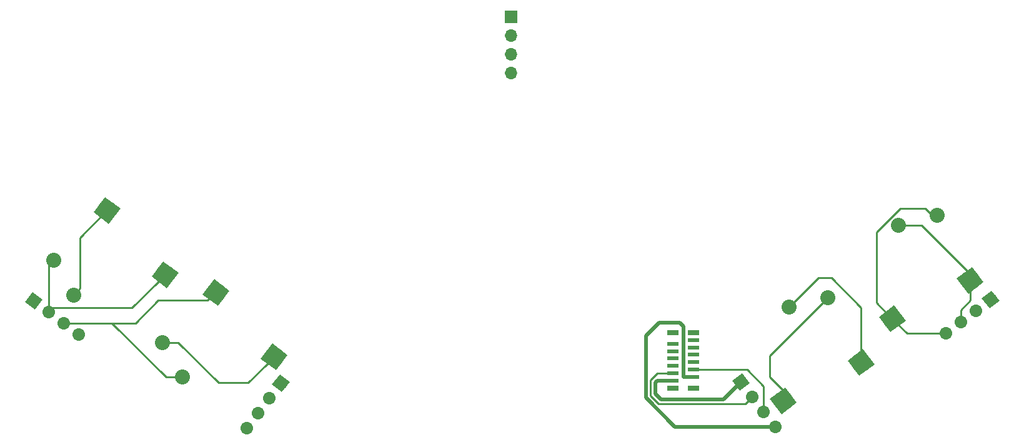
<source format=gbr>
G04 #@! TF.GenerationSoftware,KiCad,Pcbnew,(5.1.4)-1*
G04 #@! TF.CreationDate,2022-12-11T20:48:00-05:00*
G04 #@! TF.ProjectId,ThumbsUp,5468756d-6273-4557-902e-6b696361645f,rev?*
G04 #@! TF.SameCoordinates,Original*
G04 #@! TF.FileFunction,Copper,L2,Bot*
G04 #@! TF.FilePolarity,Positive*
%FSLAX46Y46*%
G04 Gerber Fmt 4.6, Leading zero omitted, Abs format (unit mm)*
G04 Created by KiCad (PCBNEW (5.1.4)-1) date 2022-12-11 20:48:00*
%MOMM*%
%LPD*%
G04 APERTURE LIST*
%ADD10C,2.600000*%
%ADD11C,0.100000*%
%ADD12C,2.032000*%
%ADD13R,1.500000X0.800000*%
%ADD14R,1.500000X0.600000*%
%ADD15C,1.700000*%
%ADD16C,1.700000*%
%ADD17R,1.700000X1.700000*%
%ADD18O,1.700000X1.700000*%
%ADD19C,0.254000*%
%ADD20C,0.250000*%
%ADD21C,0.508000*%
G04 APERTURE END LIST*
D10*
X201787885Y-90119963D03*
D11*
G36*
X202043752Y-88299377D02*
G01*
X203608471Y-90375830D01*
X201532018Y-91940549D01*
X199967299Y-89864096D01*
X202043752Y-88299377D01*
X202043752Y-88299377D01*
G37*
D12*
X202589079Y-77433111D03*
X207846068Y-76101171D03*
D10*
X212336119Y-84925998D03*
D11*
G36*
X212591986Y-83105412D02*
G01*
X214156705Y-85181865D01*
X212080252Y-86746584D01*
X210515533Y-84670131D01*
X212591986Y-83105412D01*
X212591986Y-83105412D01*
G37*
D10*
X197561362Y-96059576D03*
D11*
G36*
X197817229Y-94238990D02*
G01*
X199381948Y-96315443D01*
X197305495Y-97880162D01*
X195740776Y-95803709D01*
X197817229Y-94238990D01*
X197817229Y-94238990D01*
G37*
D12*
X193071311Y-87234749D03*
X187814322Y-88566689D03*
D10*
X187013128Y-101253541D03*
D11*
G36*
X187268995Y-99432955D02*
G01*
X188833714Y-101509408D01*
X186757261Y-103074127D01*
X185192542Y-100997674D01*
X187268995Y-99432955D01*
X187268995Y-99432955D01*
G37*
D13*
X172082000Y-99508000D03*
X174882000Y-99508000D03*
X172082000Y-92008000D03*
X174882000Y-92008000D03*
D14*
X172082000Y-98508000D03*
X174882000Y-98008000D03*
X172082000Y-97508000D03*
X174882000Y-97008000D03*
X172082000Y-96508000D03*
X174882000Y-96008000D03*
X172082000Y-95508000D03*
X174882000Y-95008000D03*
X172082000Y-94508000D03*
X174882000Y-94008000D03*
X172082000Y-93508000D03*
X174882000Y-93008000D03*
D10*
X187013128Y-101253541D03*
D11*
G36*
X187268995Y-99432955D02*
G01*
X188833714Y-101509408D01*
X186757261Y-103074127D01*
X185192542Y-100997674D01*
X187268995Y-99432955D01*
X187268995Y-99432955D01*
G37*
D12*
X187814322Y-88566689D03*
X193071311Y-87234749D03*
D10*
X197561362Y-96059576D03*
D11*
G36*
X197817229Y-94238990D02*
G01*
X199381948Y-96315443D01*
X197305495Y-97880162D01*
X195740776Y-95803709D01*
X197817229Y-94238990D01*
X197817229Y-94238990D01*
G37*
D15*
X91492618Y-92251511D03*
D16*
X91492618Y-92251511D02*
X91492618Y-92251511D01*
D15*
X89464083Y-90722901D03*
D16*
X89464083Y-90722901D02*
X89464083Y-90722901D01*
D15*
X87435549Y-89194291D03*
D16*
X87435549Y-89194291D02*
X87435549Y-89194291D01*
D15*
X85407015Y-87665681D03*
D11*
G36*
X85574312Y-88856064D02*
G01*
X84216632Y-87832978D01*
X85239718Y-86475298D01*
X86597398Y-87498384D01*
X85574312Y-88856064D01*
X85574312Y-88856064D01*
G37*
D15*
X209015141Y-92097906D03*
D16*
X209015141Y-92097906D02*
X209015141Y-92097906D01*
D15*
X211043676Y-90569296D03*
D16*
X211043676Y-90569296D02*
X211043676Y-90569296D01*
D15*
X213072210Y-89040686D03*
D16*
X213072210Y-89040686D02*
X213072210Y-89040686D01*
D15*
X215100744Y-87512076D03*
D11*
G36*
X213910361Y-87344779D02*
G01*
X215268041Y-86321693D01*
X216291127Y-87679373D01*
X214933447Y-88702459D01*
X213910361Y-87344779D01*
X213910361Y-87344779D01*
G37*
D10*
X118022779Y-95296376D03*
D11*
G36*
X116202193Y-95552243D02*
G01*
X117766912Y-93475790D01*
X119843365Y-95040509D01*
X118278646Y-97116962D01*
X116202193Y-95552243D01*
X116202193Y-95552243D01*
G37*
D12*
X105606555Y-98023190D03*
X102877189Y-93336980D03*
D10*
X110122532Y-86588415D03*
D11*
G36*
X108301946Y-86844282D02*
G01*
X109866665Y-84767829D01*
X111943118Y-86332548D01*
X110378399Y-88409001D01*
X108301946Y-86844282D01*
X108301946Y-86844282D01*
G37*
D10*
X103248022Y-84162799D03*
D11*
G36*
X101427436Y-84418666D02*
G01*
X102992155Y-82342213D01*
X105068608Y-83906932D01*
X103503889Y-85983385D01*
X101427436Y-84418666D01*
X101427436Y-84418666D01*
G37*
D12*
X90831798Y-86889613D03*
X88102432Y-82203403D03*
D10*
X95347775Y-75454838D03*
D11*
G36*
X93527189Y-75710705D02*
G01*
X95091908Y-73634252D01*
X97168361Y-75198971D01*
X95603642Y-77275424D01*
X93527189Y-75710705D01*
X93527189Y-75710705D01*
G37*
D17*
X150158765Y-49138249D03*
D18*
X150158765Y-51678249D03*
X150158765Y-54218249D03*
X150158765Y-56758249D03*
D15*
X185893643Y-104762834D03*
D16*
X185893643Y-104762834D02*
X185893643Y-104762834D01*
D15*
X184365033Y-102734299D03*
D16*
X184365033Y-102734299D02*
X184365033Y-102734299D01*
D15*
X182836423Y-100705765D03*
D16*
X182836423Y-100705765D02*
X182836423Y-100705765D01*
D15*
X181307813Y-98677231D03*
D11*
G36*
X181140516Y-99867614D02*
G01*
X180117430Y-98509934D01*
X181475110Y-97486848D01*
X182498196Y-98844528D01*
X181140516Y-99867614D01*
X181140516Y-99867614D01*
G37*
D15*
X114334284Y-104961436D03*
D16*
X114334284Y-104961436D02*
X114334284Y-104961436D01*
D15*
X115862894Y-102932901D03*
D16*
X115862894Y-102932901D02*
X115862894Y-102932901D01*
D15*
X117391504Y-100904367D03*
D16*
X117391504Y-100904367D02*
X117391504Y-100904367D01*
D15*
X118920114Y-98875833D03*
D11*
G36*
X117729731Y-99043130D02*
G01*
X118752817Y-97685450D01*
X120110497Y-98708536D01*
X119087411Y-100066216D01*
X117729731Y-99043130D01*
X117729731Y-99043130D01*
G37*
D19*
X117023797Y-96295358D02*
X118022779Y-95296376D01*
X114513155Y-98806000D02*
X117023797Y-96295358D01*
X110490000Y-98806000D02*
X114513155Y-98806000D01*
X102877189Y-93336980D02*
X105020980Y-93336980D01*
X105020980Y-93336980D02*
X110490000Y-98806000D01*
X103357190Y-98023190D02*
X105606555Y-98023190D01*
X89464083Y-90722901D02*
X96056901Y-90722901D01*
X96056901Y-90722901D02*
X103357190Y-98023190D01*
X110007585Y-86588415D02*
X110122532Y-86588415D01*
X108966000Y-87630000D02*
X110007585Y-86588415D01*
X102319737Y-87630000D02*
X108966000Y-87630000D01*
X89464083Y-90722901D02*
X99226836Y-90722901D01*
X99226836Y-90722901D02*
X102319737Y-87630000D01*
D20*
X87435549Y-89194291D02*
X87479840Y-89150000D01*
D19*
X87435549Y-82870286D02*
X88102432Y-82203403D01*
X87435549Y-89194291D02*
X87435549Y-82870286D01*
X102249040Y-85161781D02*
X103248022Y-84162799D01*
X98764821Y-88646000D02*
X102249040Y-85161781D01*
X87435549Y-89194291D02*
X87983840Y-88646000D01*
X87983840Y-88646000D02*
X98764821Y-88646000D01*
X91694000Y-79108613D02*
X95347775Y-75454838D01*
X90831798Y-86889613D02*
X91694000Y-86027411D01*
X91694000Y-86027411D02*
X91694000Y-79108613D01*
X203765828Y-92097906D02*
X201787885Y-90119963D01*
X209015141Y-92097906D02*
X203765828Y-92097906D01*
X199644000Y-87976078D02*
X201787885Y-90119963D01*
X207165171Y-76101171D02*
X206248000Y-75184000D01*
X207846068Y-76101171D02*
X207165171Y-76101171D01*
X206248000Y-75184000D02*
X202850548Y-75184000D01*
X202850548Y-75184000D02*
X199644000Y-78390548D01*
X199644000Y-78390548D02*
X199644000Y-87976078D01*
D20*
X212514666Y-84925998D02*
X212336119Y-84925998D01*
D19*
X205703111Y-77433111D02*
X202589079Y-77433111D01*
X212336119Y-84925998D02*
X212336119Y-84066119D01*
X212336119Y-84066119D02*
X205703111Y-77433111D01*
X212336119Y-87637881D02*
X212336119Y-84925998D01*
X211043676Y-90569296D02*
X211043676Y-88930324D01*
X211043676Y-88930324D02*
X212336119Y-87637881D01*
X187013128Y-99891128D02*
X187013128Y-101253541D01*
X185166000Y-98044000D02*
X187013128Y-99891128D01*
X193071311Y-87234749D02*
X185166000Y-95140060D01*
X185166000Y-95140060D02*
X185166000Y-98044000D01*
D20*
X197561362Y-95161362D02*
X197561362Y-96059576D01*
D19*
X197561362Y-88595362D02*
X197561362Y-96059576D01*
X193548000Y-84582000D02*
X197561362Y-88595362D01*
X187814322Y-88566689D02*
X191799011Y-84582000D01*
X191799011Y-84582000D02*
X193548000Y-84582000D01*
X175886000Y-97008000D02*
X174882000Y-97008000D01*
X182098000Y-97008000D02*
X175886000Y-97008000D01*
X184365033Y-102734299D02*
X184365033Y-99275033D01*
X184365033Y-99275033D02*
X182098000Y-97008000D01*
X170058683Y-101673011D02*
X168983011Y-100597339D01*
X171078000Y-97508000D02*
X172082000Y-97508000D01*
X169954000Y-97508000D02*
X171078000Y-97508000D01*
X168983011Y-98478989D02*
X169954000Y-97508000D01*
X168983011Y-100597339D02*
X168983011Y-98478989D01*
X181869177Y-101673011D02*
X170058683Y-101673011D01*
X182836423Y-100705765D02*
X181869177Y-101673011D01*
D21*
X173482000Y-98008000D02*
X174882000Y-98008000D01*
X173482000Y-91186000D02*
X173482000Y-98008000D01*
X172326834Y-104762834D02*
X168402000Y-100838000D01*
X185893643Y-104762834D02*
X172326834Y-104762834D01*
X168402000Y-100838000D02*
X168402000Y-92456000D01*
X168402000Y-92456000D02*
X170180000Y-90678000D01*
X170180000Y-90678000D02*
X172974000Y-90678000D01*
X172974000Y-90678000D02*
X173482000Y-91186000D01*
X169672000Y-98806000D02*
X169970000Y-98508000D01*
X169672000Y-100330000D02*
X169672000Y-98806000D01*
X170434000Y-101092000D02*
X169672000Y-100330000D01*
X178893044Y-101092000D02*
X170434000Y-101092000D01*
X181307813Y-98677231D02*
X178893044Y-101092000D01*
X169970000Y-98508000D02*
X172082000Y-98508000D01*
M02*

</source>
